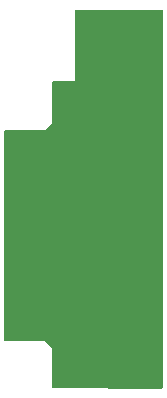
<source format=gbr>
G04 #@! TF.GenerationSoftware,KiCad,Pcbnew,(6.0.1)*
G04 #@! TF.CreationDate,2022-05-29T23:08:33-04:00*
G04 #@! TF.ProjectId,Main-rounded,4d61696e-2d72-46f7-956e-6465642e6b69,10*
G04 #@! TF.SameCoordinates,Original*
G04 #@! TF.FileFunction,Other,Comment*
%FSLAX46Y46*%
G04 Gerber Fmt 4.6, Leading zero omitted, Abs format (unit mm)*
G04 Created by KiCad (PCBNEW (6.0.1)) date 2022-05-29 23:08:33*
%MOMM*%
%LPD*%
G01*
G04 APERTURE LIST*
G04 APERTURE END LIST*
G36*
X248532122Y-60130062D02*
G01*
X248578615Y-60183718D01*
X248590001Y-60236060D01*
X248589999Y-92073999D01*
X248569997Y-92142120D01*
X248516341Y-92188613D01*
X248463999Y-92199999D01*
X243938661Y-92199999D01*
X243911879Y-92197120D01*
X243880343Y-92190260D01*
X239316001Y-92190260D01*
X239247880Y-92170258D01*
X239201387Y-92116602D01*
X239190001Y-92064260D01*
X239190002Y-88818112D01*
X239182472Y-88792467D01*
X238602807Y-88212808D01*
X238579351Y-88200000D01*
X235249890Y-88199999D01*
X235181769Y-88179997D01*
X235135276Y-88126341D01*
X235123890Y-88073999D01*
X235123890Y-70426000D01*
X235143892Y-70357879D01*
X235197548Y-70311386D01*
X235249890Y-70300000D01*
X238571883Y-70299999D01*
X238597528Y-70292469D01*
X239177194Y-69712809D01*
X239190002Y-69689352D01*
X239189999Y-66326001D01*
X239210001Y-66257880D01*
X239263657Y-66211387D01*
X239315999Y-66200001D01*
X241071884Y-66200002D01*
X241088361Y-66195164D01*
X241088422Y-66195155D01*
X241121014Y-66185585D01*
X241122219Y-66184195D01*
X241123890Y-66176512D01*
X241123890Y-60236060D01*
X241143892Y-60167939D01*
X241197548Y-60121446D01*
X241249890Y-60110060D01*
X248464001Y-60110060D01*
X248532122Y-60130062D01*
G37*
M02*

</source>
